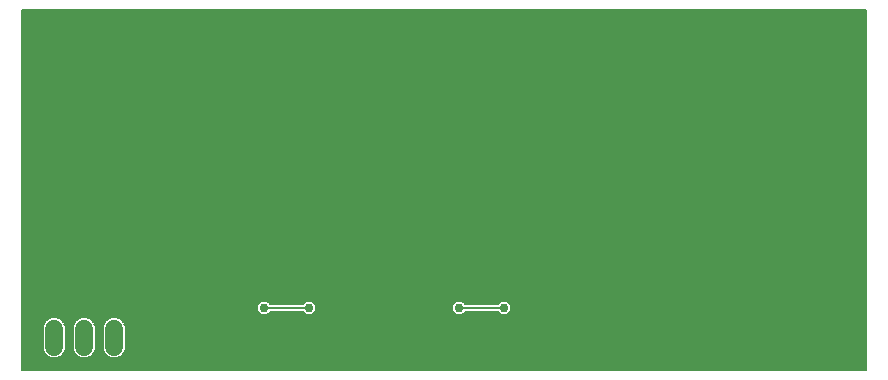
<source format=gbl>
G75*
%MOIN*%
%OFA0B0*%
%FSLAX25Y25*%
%IPPOS*%
%LPD*%
%AMOC8*
5,1,8,0,0,1.08239X$1,22.5*
%
%ADD10C,0.05937*%
%ADD11C,0.02978*%
%ADD12C,0.00600*%
D10*
X0016300Y0020031D02*
X0016300Y0025969D01*
X0026300Y0025969D02*
X0026300Y0020031D01*
X0036300Y0020031D02*
X0036300Y0025969D01*
D11*
X0086300Y0033000D03*
X0101300Y0033000D03*
X0151300Y0033000D03*
X0166300Y0033000D03*
D12*
X0005600Y0012300D02*
X0005600Y0132401D01*
X0286921Y0132401D01*
X0286921Y0012300D01*
X0005600Y0012300D01*
X0005600Y0012788D02*
X0286921Y0012788D01*
X0286921Y0013387D02*
X0005600Y0013387D01*
X0005600Y0013985D02*
X0286921Y0013985D01*
X0286921Y0014584D02*
X0005600Y0014584D01*
X0005600Y0015182D02*
X0286921Y0015182D01*
X0286921Y0015781D02*
X0005600Y0015781D01*
X0005600Y0016379D02*
X0015009Y0016379D01*
X0015530Y0016163D02*
X0017069Y0016163D01*
X0018491Y0016752D01*
X0019580Y0017840D01*
X0020168Y0019262D01*
X0020168Y0026738D01*
X0019580Y0028160D01*
X0018491Y0029248D01*
X0017069Y0029837D01*
X0015530Y0029837D01*
X0014109Y0029248D01*
X0013020Y0028160D01*
X0012431Y0026738D01*
X0012431Y0019262D01*
X0013020Y0017840D01*
X0014109Y0016752D01*
X0015530Y0016163D01*
X0013883Y0016978D02*
X0005600Y0016978D01*
X0005600Y0017576D02*
X0013284Y0017576D01*
X0012882Y0018175D02*
X0005600Y0018175D01*
X0005600Y0018773D02*
X0012634Y0018773D01*
X0012431Y0019372D02*
X0005600Y0019372D01*
X0005600Y0019970D02*
X0012431Y0019970D01*
X0012431Y0020569D02*
X0005600Y0020569D01*
X0005600Y0021167D02*
X0012431Y0021167D01*
X0012431Y0021766D02*
X0005600Y0021766D01*
X0005600Y0022364D02*
X0012431Y0022364D01*
X0012431Y0022963D02*
X0005600Y0022963D01*
X0005600Y0023561D02*
X0012431Y0023561D01*
X0012431Y0024160D02*
X0005600Y0024160D01*
X0005600Y0024758D02*
X0012431Y0024758D01*
X0012431Y0025357D02*
X0005600Y0025357D01*
X0005600Y0025955D02*
X0012431Y0025955D01*
X0012431Y0026554D02*
X0005600Y0026554D01*
X0005600Y0027152D02*
X0012603Y0027152D01*
X0012851Y0027751D02*
X0005600Y0027751D01*
X0005600Y0028349D02*
X0013210Y0028349D01*
X0013809Y0028948D02*
X0005600Y0028948D01*
X0005600Y0029546D02*
X0014829Y0029546D01*
X0017771Y0029546D02*
X0024829Y0029546D01*
X0025530Y0029837D02*
X0024109Y0029248D01*
X0023020Y0028160D01*
X0022431Y0026738D01*
X0022431Y0019262D01*
X0023020Y0017840D01*
X0024109Y0016752D01*
X0025530Y0016163D01*
X0027069Y0016163D01*
X0028491Y0016752D01*
X0029580Y0017840D01*
X0030168Y0019262D01*
X0030168Y0026738D01*
X0029580Y0028160D01*
X0028491Y0029248D01*
X0027069Y0029837D01*
X0025530Y0029837D01*
X0023809Y0028948D02*
X0018791Y0028948D01*
X0019390Y0028349D02*
X0023210Y0028349D01*
X0022851Y0027751D02*
X0019749Y0027751D01*
X0019997Y0027152D02*
X0022603Y0027152D01*
X0022431Y0026554D02*
X0020168Y0026554D01*
X0020168Y0025955D02*
X0022431Y0025955D01*
X0022431Y0025357D02*
X0020168Y0025357D01*
X0020168Y0024758D02*
X0022431Y0024758D01*
X0022431Y0024160D02*
X0020168Y0024160D01*
X0020168Y0023561D02*
X0022431Y0023561D01*
X0022431Y0022963D02*
X0020168Y0022963D01*
X0020168Y0022364D02*
X0022431Y0022364D01*
X0022431Y0021766D02*
X0020168Y0021766D01*
X0020168Y0021167D02*
X0022431Y0021167D01*
X0022431Y0020569D02*
X0020168Y0020569D01*
X0020168Y0019970D02*
X0022431Y0019970D01*
X0022431Y0019372D02*
X0020168Y0019372D01*
X0019966Y0018773D02*
X0022634Y0018773D01*
X0022882Y0018175D02*
X0019718Y0018175D01*
X0019316Y0017576D02*
X0023284Y0017576D01*
X0023883Y0016978D02*
X0018717Y0016978D01*
X0017591Y0016379D02*
X0025009Y0016379D01*
X0027591Y0016379D02*
X0035009Y0016379D01*
X0035530Y0016163D02*
X0034109Y0016752D01*
X0033020Y0017840D01*
X0032431Y0019262D01*
X0032431Y0026738D01*
X0033020Y0028160D01*
X0034109Y0029248D01*
X0035530Y0029837D01*
X0037069Y0029837D01*
X0038491Y0029248D01*
X0039580Y0028160D01*
X0040168Y0026738D01*
X0040168Y0019262D01*
X0039580Y0017840D01*
X0038491Y0016752D01*
X0037069Y0016163D01*
X0035530Y0016163D01*
X0033883Y0016978D02*
X0028717Y0016978D01*
X0029316Y0017576D02*
X0033284Y0017576D01*
X0032882Y0018175D02*
X0029718Y0018175D01*
X0029966Y0018773D02*
X0032634Y0018773D01*
X0032431Y0019372D02*
X0030168Y0019372D01*
X0030168Y0019970D02*
X0032431Y0019970D01*
X0032431Y0020569D02*
X0030168Y0020569D01*
X0030168Y0021167D02*
X0032431Y0021167D01*
X0032431Y0021766D02*
X0030168Y0021766D01*
X0030168Y0022364D02*
X0032431Y0022364D01*
X0032431Y0022963D02*
X0030168Y0022963D01*
X0030168Y0023561D02*
X0032431Y0023561D01*
X0032431Y0024160D02*
X0030168Y0024160D01*
X0030168Y0024758D02*
X0032431Y0024758D01*
X0032431Y0025357D02*
X0030168Y0025357D01*
X0030168Y0025955D02*
X0032431Y0025955D01*
X0032431Y0026554D02*
X0030168Y0026554D01*
X0029997Y0027152D02*
X0032603Y0027152D01*
X0032851Y0027751D02*
X0029749Y0027751D01*
X0029390Y0028349D02*
X0033210Y0028349D01*
X0033809Y0028948D02*
X0028791Y0028948D01*
X0027771Y0029546D02*
X0034829Y0029546D01*
X0037771Y0029546D02*
X0286921Y0029546D01*
X0286921Y0028948D02*
X0038791Y0028948D01*
X0039390Y0028349D02*
X0286921Y0028349D01*
X0286921Y0027751D02*
X0039749Y0027751D01*
X0039997Y0027152D02*
X0286921Y0027152D01*
X0286921Y0026554D02*
X0040168Y0026554D01*
X0040168Y0025955D02*
X0286921Y0025955D01*
X0286921Y0025357D02*
X0040168Y0025357D01*
X0040168Y0024758D02*
X0286921Y0024758D01*
X0286921Y0024160D02*
X0040168Y0024160D01*
X0040168Y0023561D02*
X0286921Y0023561D01*
X0286921Y0022963D02*
X0040168Y0022963D01*
X0040168Y0022364D02*
X0286921Y0022364D01*
X0286921Y0021766D02*
X0040168Y0021766D01*
X0040168Y0021167D02*
X0286921Y0021167D01*
X0286921Y0020569D02*
X0040168Y0020569D01*
X0040168Y0019970D02*
X0286921Y0019970D01*
X0286921Y0019372D02*
X0040168Y0019372D01*
X0039966Y0018773D02*
X0286921Y0018773D01*
X0286921Y0018175D02*
X0039718Y0018175D01*
X0039316Y0017576D02*
X0286921Y0017576D01*
X0286921Y0016978D02*
X0038717Y0016978D01*
X0037591Y0016379D02*
X0286921Y0016379D01*
X0286921Y0030145D02*
X0005600Y0030145D01*
X0005600Y0030743D02*
X0085178Y0030743D01*
X0085310Y0030611D02*
X0087290Y0030611D01*
X0088479Y0031800D01*
X0099121Y0031800D01*
X0100310Y0030611D01*
X0102290Y0030611D01*
X0103689Y0032010D01*
X0103689Y0033990D01*
X0102290Y0035389D01*
X0100310Y0035389D01*
X0099121Y0034200D01*
X0088479Y0034200D01*
X0087290Y0035389D01*
X0085310Y0035389D01*
X0083911Y0033990D01*
X0083911Y0032010D01*
X0085310Y0030611D01*
X0084580Y0031342D02*
X0005600Y0031342D01*
X0005600Y0031940D02*
X0083981Y0031940D01*
X0083911Y0032539D02*
X0005600Y0032539D01*
X0005600Y0033137D02*
X0083911Y0033137D01*
X0083911Y0033736D02*
X0005600Y0033736D01*
X0005600Y0034334D02*
X0084256Y0034334D01*
X0084854Y0034933D02*
X0005600Y0034933D01*
X0005600Y0035532D02*
X0286921Y0035532D01*
X0286921Y0036130D02*
X0005600Y0036130D01*
X0005600Y0036729D02*
X0286921Y0036729D01*
X0286921Y0037327D02*
X0005600Y0037327D01*
X0005600Y0037926D02*
X0286921Y0037926D01*
X0286921Y0038524D02*
X0005600Y0038524D01*
X0005600Y0039123D02*
X0286921Y0039123D01*
X0286921Y0039721D02*
X0005600Y0039721D01*
X0005600Y0040320D02*
X0286921Y0040320D01*
X0286921Y0040918D02*
X0005600Y0040918D01*
X0005600Y0041517D02*
X0286921Y0041517D01*
X0286921Y0042115D02*
X0005600Y0042115D01*
X0005600Y0042714D02*
X0286921Y0042714D01*
X0286921Y0043312D02*
X0005600Y0043312D01*
X0005600Y0043911D02*
X0286921Y0043911D01*
X0286921Y0044509D02*
X0005600Y0044509D01*
X0005600Y0045108D02*
X0286921Y0045108D01*
X0286921Y0045706D02*
X0005600Y0045706D01*
X0005600Y0046305D02*
X0286921Y0046305D01*
X0286921Y0046903D02*
X0005600Y0046903D01*
X0005600Y0047502D02*
X0286921Y0047502D01*
X0286921Y0048100D02*
X0005600Y0048100D01*
X0005600Y0048699D02*
X0286921Y0048699D01*
X0286921Y0049297D02*
X0005600Y0049297D01*
X0005600Y0049896D02*
X0286921Y0049896D01*
X0286921Y0050494D02*
X0005600Y0050494D01*
X0005600Y0051093D02*
X0286921Y0051093D01*
X0286921Y0051691D02*
X0005600Y0051691D01*
X0005600Y0052290D02*
X0286921Y0052290D01*
X0286921Y0052888D02*
X0005600Y0052888D01*
X0005600Y0053487D02*
X0286921Y0053487D01*
X0286921Y0054085D02*
X0005600Y0054085D01*
X0005600Y0054684D02*
X0286921Y0054684D01*
X0286921Y0055282D02*
X0005600Y0055282D01*
X0005600Y0055881D02*
X0286921Y0055881D01*
X0286921Y0056479D02*
X0005600Y0056479D01*
X0005600Y0057078D02*
X0286921Y0057078D01*
X0286921Y0057676D02*
X0005600Y0057676D01*
X0005600Y0058275D02*
X0286921Y0058275D01*
X0286921Y0058873D02*
X0005600Y0058873D01*
X0005600Y0059472D02*
X0286921Y0059472D01*
X0286921Y0060070D02*
X0005600Y0060070D01*
X0005600Y0060669D02*
X0286921Y0060669D01*
X0286921Y0061268D02*
X0005600Y0061268D01*
X0005600Y0061866D02*
X0286921Y0061866D01*
X0286921Y0062465D02*
X0005600Y0062465D01*
X0005600Y0063063D02*
X0286921Y0063063D01*
X0286921Y0063662D02*
X0005600Y0063662D01*
X0005600Y0064260D02*
X0286921Y0064260D01*
X0286921Y0064859D02*
X0005600Y0064859D01*
X0005600Y0065457D02*
X0286921Y0065457D01*
X0286921Y0066056D02*
X0005600Y0066056D01*
X0005600Y0066654D02*
X0286921Y0066654D01*
X0286921Y0067253D02*
X0005600Y0067253D01*
X0005600Y0067851D02*
X0286921Y0067851D01*
X0286921Y0068450D02*
X0005600Y0068450D01*
X0005600Y0069048D02*
X0286921Y0069048D01*
X0286921Y0069647D02*
X0005600Y0069647D01*
X0005600Y0070245D02*
X0286921Y0070245D01*
X0286921Y0070844D02*
X0005600Y0070844D01*
X0005600Y0071442D02*
X0286921Y0071442D01*
X0286921Y0072041D02*
X0005600Y0072041D01*
X0005600Y0072639D02*
X0286921Y0072639D01*
X0286921Y0073238D02*
X0005600Y0073238D01*
X0005600Y0073836D02*
X0286921Y0073836D01*
X0286921Y0074435D02*
X0005600Y0074435D01*
X0005600Y0075033D02*
X0286921Y0075033D01*
X0286921Y0075632D02*
X0005600Y0075632D01*
X0005600Y0076230D02*
X0286921Y0076230D01*
X0286921Y0076829D02*
X0005600Y0076829D01*
X0005600Y0077427D02*
X0286921Y0077427D01*
X0286921Y0078026D02*
X0005600Y0078026D01*
X0005600Y0078624D02*
X0286921Y0078624D01*
X0286921Y0079223D02*
X0005600Y0079223D01*
X0005600Y0079821D02*
X0286921Y0079821D01*
X0286921Y0080420D02*
X0005600Y0080420D01*
X0005600Y0081018D02*
X0286921Y0081018D01*
X0286921Y0081617D02*
X0005600Y0081617D01*
X0005600Y0082215D02*
X0286921Y0082215D01*
X0286921Y0082814D02*
X0005600Y0082814D01*
X0005600Y0083412D02*
X0286921Y0083412D01*
X0286921Y0084011D02*
X0005600Y0084011D01*
X0005600Y0084609D02*
X0286921Y0084609D01*
X0286921Y0085208D02*
X0005600Y0085208D01*
X0005600Y0085806D02*
X0286921Y0085806D01*
X0286921Y0086405D02*
X0005600Y0086405D01*
X0005600Y0087003D02*
X0286921Y0087003D01*
X0286921Y0087602D02*
X0005600Y0087602D01*
X0005600Y0088201D02*
X0286921Y0088201D01*
X0286921Y0088799D02*
X0005600Y0088799D01*
X0005600Y0089398D02*
X0286921Y0089398D01*
X0286921Y0089996D02*
X0005600Y0089996D01*
X0005600Y0090595D02*
X0286921Y0090595D01*
X0286921Y0091193D02*
X0005600Y0091193D01*
X0005600Y0091792D02*
X0286921Y0091792D01*
X0286921Y0092390D02*
X0005600Y0092390D01*
X0005600Y0092989D02*
X0286921Y0092989D01*
X0286921Y0093587D02*
X0005600Y0093587D01*
X0005600Y0094186D02*
X0286921Y0094186D01*
X0286921Y0094784D02*
X0005600Y0094784D01*
X0005600Y0095383D02*
X0286921Y0095383D01*
X0286921Y0095981D02*
X0005600Y0095981D01*
X0005600Y0096580D02*
X0286921Y0096580D01*
X0286921Y0097178D02*
X0005600Y0097178D01*
X0005600Y0097777D02*
X0286921Y0097777D01*
X0286921Y0098375D02*
X0005600Y0098375D01*
X0005600Y0098974D02*
X0286921Y0098974D01*
X0286921Y0099572D02*
X0005600Y0099572D01*
X0005600Y0100171D02*
X0286921Y0100171D01*
X0286921Y0100769D02*
X0005600Y0100769D01*
X0005600Y0101368D02*
X0286921Y0101368D01*
X0286921Y0101966D02*
X0005600Y0101966D01*
X0005600Y0102565D02*
X0286921Y0102565D01*
X0286921Y0103163D02*
X0005600Y0103163D01*
X0005600Y0103762D02*
X0286921Y0103762D01*
X0286921Y0104360D02*
X0005600Y0104360D01*
X0005600Y0104959D02*
X0286921Y0104959D01*
X0286921Y0105557D02*
X0005600Y0105557D01*
X0005600Y0106156D02*
X0286921Y0106156D01*
X0286921Y0106754D02*
X0005600Y0106754D01*
X0005600Y0107353D02*
X0286921Y0107353D01*
X0286921Y0107951D02*
X0005600Y0107951D01*
X0005600Y0108550D02*
X0286921Y0108550D01*
X0286921Y0109148D02*
X0005600Y0109148D01*
X0005600Y0109747D02*
X0286921Y0109747D01*
X0286921Y0110345D02*
X0005600Y0110345D01*
X0005600Y0110944D02*
X0286921Y0110944D01*
X0286921Y0111542D02*
X0005600Y0111542D01*
X0005600Y0112141D02*
X0286921Y0112141D01*
X0286921Y0112739D02*
X0005600Y0112739D01*
X0005600Y0113338D02*
X0286921Y0113338D01*
X0286921Y0113937D02*
X0005600Y0113937D01*
X0005600Y0114535D02*
X0286921Y0114535D01*
X0286921Y0115134D02*
X0005600Y0115134D01*
X0005600Y0115732D02*
X0286921Y0115732D01*
X0286921Y0116331D02*
X0005600Y0116331D01*
X0005600Y0116929D02*
X0286921Y0116929D01*
X0286921Y0117528D02*
X0005600Y0117528D01*
X0005600Y0118126D02*
X0286921Y0118126D01*
X0286921Y0118725D02*
X0005600Y0118725D01*
X0005600Y0119323D02*
X0286921Y0119323D01*
X0286921Y0119922D02*
X0005600Y0119922D01*
X0005600Y0120520D02*
X0286921Y0120520D01*
X0286921Y0121119D02*
X0005600Y0121119D01*
X0005600Y0121717D02*
X0286921Y0121717D01*
X0286921Y0122316D02*
X0005600Y0122316D01*
X0005600Y0122914D02*
X0286921Y0122914D01*
X0286921Y0123513D02*
X0005600Y0123513D01*
X0005600Y0124111D02*
X0286921Y0124111D01*
X0286921Y0124710D02*
X0005600Y0124710D01*
X0005600Y0125308D02*
X0286921Y0125308D01*
X0286921Y0125907D02*
X0005600Y0125907D01*
X0005600Y0126505D02*
X0286921Y0126505D01*
X0286921Y0127104D02*
X0005600Y0127104D01*
X0005600Y0127702D02*
X0286921Y0127702D01*
X0286921Y0128301D02*
X0005600Y0128301D01*
X0005600Y0128899D02*
X0286921Y0128899D01*
X0286921Y0129498D02*
X0005600Y0129498D01*
X0005600Y0130096D02*
X0286921Y0130096D01*
X0286921Y0130695D02*
X0005600Y0130695D01*
X0005600Y0131293D02*
X0286921Y0131293D01*
X0286921Y0131892D02*
X0005600Y0131892D01*
X0087745Y0034933D02*
X0099854Y0034933D01*
X0099256Y0034334D02*
X0088344Y0034334D01*
X0086300Y0033000D02*
X0101300Y0033000D01*
X0103020Y0031342D02*
X0149580Y0031342D01*
X0150178Y0030743D02*
X0102422Y0030743D01*
X0103619Y0031940D02*
X0148981Y0031940D01*
X0148911Y0032010D02*
X0150310Y0030611D01*
X0152290Y0030611D01*
X0153479Y0031800D01*
X0164121Y0031800D01*
X0165310Y0030611D01*
X0167290Y0030611D01*
X0168689Y0032010D01*
X0168689Y0033990D01*
X0167290Y0035389D01*
X0165310Y0035389D01*
X0164121Y0034200D01*
X0153479Y0034200D01*
X0152290Y0035389D01*
X0150310Y0035389D01*
X0148911Y0033990D01*
X0148911Y0032010D01*
X0148911Y0032539D02*
X0103689Y0032539D01*
X0103689Y0033137D02*
X0148911Y0033137D01*
X0148911Y0033736D02*
X0103689Y0033736D01*
X0103344Y0034334D02*
X0149256Y0034334D01*
X0149854Y0034933D02*
X0102745Y0034933D01*
X0099580Y0031342D02*
X0088020Y0031342D01*
X0087422Y0030743D02*
X0100178Y0030743D01*
X0151300Y0033000D02*
X0166300Y0033000D01*
X0168020Y0031342D02*
X0286921Y0031342D01*
X0286921Y0031940D02*
X0168619Y0031940D01*
X0168689Y0032539D02*
X0286921Y0032539D01*
X0286921Y0033137D02*
X0168689Y0033137D01*
X0168689Y0033736D02*
X0286921Y0033736D01*
X0286921Y0034334D02*
X0168344Y0034334D01*
X0167745Y0034933D02*
X0286921Y0034933D01*
X0286921Y0030743D02*
X0167422Y0030743D01*
X0165178Y0030743D02*
X0152422Y0030743D01*
X0153020Y0031342D02*
X0164580Y0031342D01*
X0164256Y0034334D02*
X0153344Y0034334D01*
X0152745Y0034933D02*
X0164854Y0034933D01*
M02*

</source>
